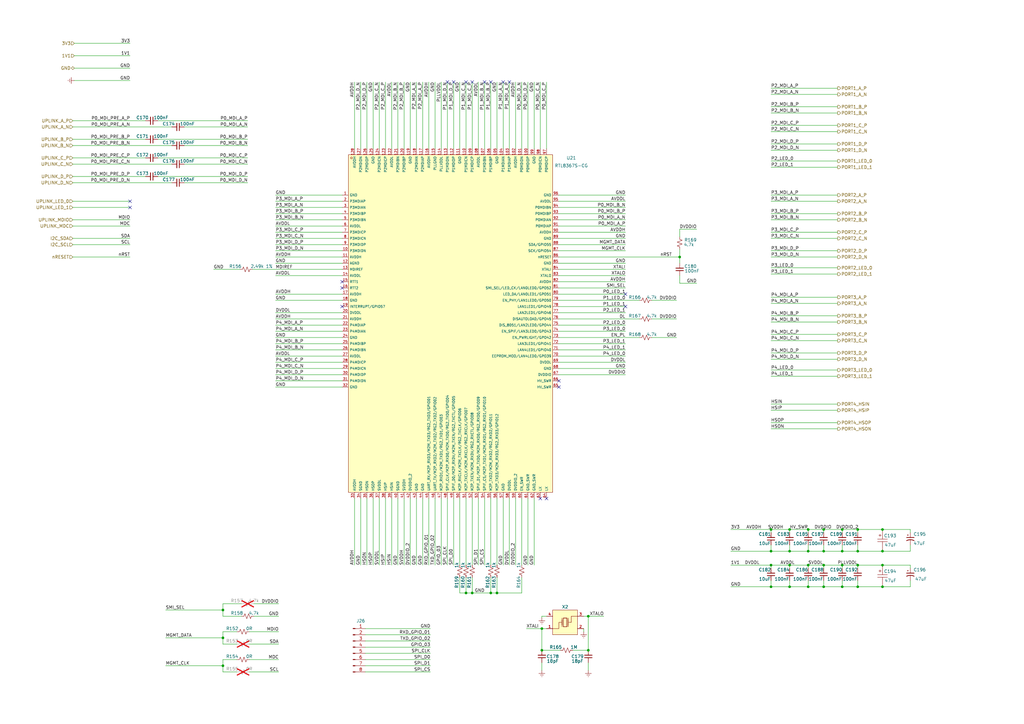
<source format=kicad_sch>
(kicad_sch (version 20230121) (generator eeschema)
  (paper "A3")
  (junction (at 191.135 243.205))
  (junction (at 351.79 240.665))
  (junction (at 337.82 231.775))
  (junction (at 222.25 266.7))
  (junction (at 351.79 217.17))
  (junction (at 323.85 226.06))
  (junction (at 222.25 257.81))
  (junction (at 241.3 266.7))
  (junction (at 337.82 217.17))
  (junction (at 331.47 217.17))
  (junction (at 278.765 105.41))
  (junction (at 331.47 231.775))
  (junction (at 331.47 240.665))
  (junction (at 351.79 231.775))
  (junction (at 201.295 243.205))
  (junction (at 331.47 226.06))
  (junction (at 203.835 243.205))
  (junction (at 316.23 226.06))
  (junction (at 323.85 217.17))
  (junction (at 193.675 243.205))
  (junction (at 316.23 217.17))
  (junction (at 91.44 273.05))
  (junction (at 345.44 226.06))
  (junction (at 91.44 261.62))
  (junction (at 316.23 240.665))
  (junction (at 361.95 226.06))
  (junction (at 361.95 217.17))
  (junction (at 345.44 231.775))
  (junction (at 241.3 252.73))
  (junction (at 345.44 240.665))
  (junction (at 361.95 231.775))
  (junction (at 361.95 240.665))
  (junction (at 316.23 231.775))
  (junction (at 337.82 240.665))
  (junction (at 351.79 226.06))
  (junction (at 337.82 226.06))
  (junction (at 345.44 217.17))
  (junction (at 323.85 240.665))
  (junction (at 91.44 250.19))
  (junction (at 323.85 231.775))
  (no_connect (at 221.615 204.47))
  (no_connect (at 186.055 33.655))
  (no_connect (at 201.295 33.655))
  (no_connect (at 191.135 33.655))
  (no_connect (at 193.675 33.655))
  (no_connect (at 53.34 82.55))
  (no_connect (at 256.54 120.65))
  (no_connect (at 229.235 158.75))
  (no_connect (at 140.335 118.11))
  (no_connect (at 183.515 33.655))
  (no_connect (at 229.235 156.21))
  (no_connect (at 140.335 115.57))
  (no_connect (at 208.915 33.655))
  (no_connect (at 140.335 125.73))
  (no_connect (at 256.54 125.73))
  (no_connect (at 53.34 85.09))
  (no_connect (at 224.155 204.47))
  (no_connect (at 206.375 33.655))
  (no_connect (at 198.755 33.655))
  (wire (pts (xy 140.335 90.17) (xy 113.03 90.17)))
  (wire (pts (xy 229.235 140.97) (xy 256.54 140.97)))
  (wire (pts (xy 331.47 231.775) (xy 337.82 231.775)))
  (wire (pts (xy 316.23 147.32) (xy 343.535 147.32)))
  (wire (pts (xy 316.23 217.17) (xy 316.23 218.44)))
  (wire (pts (xy 361.95 225.425) (xy 361.95 226.06)))
  (wire (pts (xy 193.675 204.47) (xy 193.675 231.775)))
  (wire (pts (xy 361.95 240.03) (xy 361.95 240.665)))
  (wire (pts (xy 239.395 252.73) (xy 241.3 252.73)))
  (wire (pts (xy 149.86 275.59) (xy 176.53 275.59)))
  (wire (pts (xy 91.44 250.19) (xy 91.44 252.73)))
  (wire (pts (xy 149.86 265.43) (xy 176.53 265.43)))
  (wire (pts (xy 87.63 110.49) (xy 98.425 110.49)))
  (wire (pts (xy 170.815 60.96) (xy 170.815 33.655)))
  (wire (pts (xy 316.23 165.735) (xy 343.535 165.735)))
  (wire (pts (xy 351.79 217.17) (xy 361.95 217.17)))
  (wire (pts (xy 345.44 238.125) (xy 345.44 240.665)))
  (wire (pts (xy 316.23 82.55) (xy 343.535 82.55)))
  (wire (pts (xy 191.135 60.96) (xy 191.135 33.655)))
  (wire (pts (xy 163.195 60.96) (xy 163.195 33.655)))
  (wire (pts (xy 278.765 105.41) (xy 278.765 107.95)))
  (wire (pts (xy 149.86 273.05) (xy 176.53 273.05)))
  (wire (pts (xy 186.055 204.47) (xy 186.055 231.775)))
  (wire (pts (xy 91.44 264.16) (xy 91.44 261.62)))
  (wire (pts (xy 140.335 128.27) (xy 113.03 128.27)))
  (wire (pts (xy 75.565 67.31) (xy 101.6 67.31)))
  (wire (pts (xy 316.23 80.01) (xy 343.535 80.01)))
  (wire (pts (xy 316.23 226.06) (xy 323.85 226.06)))
  (wire (pts (xy 323.85 223.52) (xy 323.85 226.06)))
  (wire (pts (xy 193.675 60.96) (xy 193.675 33.655)))
  (wire (pts (xy 323.85 233.045) (xy 323.85 231.775)))
  (wire (pts (xy 67.945 261.62) (xy 91.44 261.62)))
  (wire (pts (xy 216.535 60.96) (xy 216.535 33.655)))
  (wire (pts (xy 229.235 130.81) (xy 262.255 130.81)))
  (wire (pts (xy 267.335 138.43) (xy 277.495 138.43)))
  (wire (pts (xy 229.235 110.49) (xy 256.54 110.49)))
  (wire (pts (xy 316.23 240.665) (xy 323.85 240.665)))
  (wire (pts (xy 213.995 60.96) (xy 213.995 33.655)))
  (wire (pts (xy 229.235 120.65) (xy 256.54 120.65)))
  (wire (pts (xy 191.135 243.205) (xy 193.675 243.205)))
  (wire (pts (xy 102.235 259.08) (xy 114.3 259.08)))
  (wire (pts (xy 331.47 240.665) (xy 337.82 240.665)))
  (wire (pts (xy 29.845 67.31) (xy 70.485 67.31)))
  (wire (pts (xy 323.85 217.17) (xy 331.47 217.17)))
  (wire (pts (xy 140.335 113.03) (xy 113.03 113.03)))
  (wire (pts (xy 316.23 43.815) (xy 343.535 43.815)))
  (wire (pts (xy 267.335 123.19) (xy 277.495 123.19)))
  (wire (pts (xy 29.845 72.39) (xy 59.69 72.39)))
  (wire (pts (xy 222.25 257.81) (xy 215.9 257.81)))
  (wire (pts (xy 316.23 231.775) (xy 299.72 231.775)))
  (wire (pts (xy 140.335 95.25) (xy 113.03 95.25)))
  (wire (pts (xy 97.155 275.59) (xy 91.44 275.59)))
  (wire (pts (xy 140.335 133.35) (xy 113.03 133.35)))
  (wire (pts (xy 345.44 218.44) (xy 345.44 217.17)))
  (wire (pts (xy 229.235 87.63) (xy 256.54 87.63)))
  (wire (pts (xy 224.155 257.81) (xy 222.25 257.81)))
  (wire (pts (xy 278.765 102.235) (xy 278.765 105.41)))
  (wire (pts (xy 163.195 204.47) (xy 163.195 231.775)))
  (wire (pts (xy 316.23 38.735) (xy 343.535 38.735)))
  (wire (pts (xy 331.47 226.06) (xy 337.82 226.06)))
  (wire (pts (xy 316.23 137.16) (xy 343.535 137.16)))
  (wire (pts (xy 91.44 270.51) (xy 91.44 273.05)))
  (wire (pts (xy 345.44 226.06) (xy 351.79 226.06)))
  (wire (pts (xy 203.835 60.96) (xy 203.835 33.655)))
  (wire (pts (xy 153.035 204.47) (xy 153.035 231.775)))
  (wire (pts (xy 140.335 143.51) (xy 113.03 143.51)))
  (wire (pts (xy 206.375 60.96) (xy 206.375 33.655)))
  (wire (pts (xy 140.335 87.63) (xy 113.03 87.63)))
  (wire (pts (xy 140.335 148.59) (xy 113.03 148.59)))
  (wire (pts (xy 113.03 80.01) (xy 140.335 80.01)))
  (wire (pts (xy 145.415 204.47) (xy 145.415 231.775)))
  (wire (pts (xy 160.655 204.47) (xy 160.655 231.775)))
  (wire (pts (xy 201.295 204.47) (xy 201.295 231.775)))
  (wire (pts (xy 331.47 218.44) (xy 331.47 217.17)))
  (wire (pts (xy 99.06 247.65) (xy 91.44 247.65)))
  (wire (pts (xy 229.235 102.87) (xy 256.54 102.87)))
  (wire (pts (xy 188.595 236.855) (xy 188.595 243.205)))
  (wire (pts (xy 229.235 123.19) (xy 262.255 123.19)))
  (wire (pts (xy 229.235 95.25) (xy 256.54 95.25)))
  (wire (pts (xy 323.85 240.665) (xy 331.47 240.665)))
  (wire (pts (xy 53.34 22.86) (xy 30.48 22.86)))
  (wire (pts (xy 316.23 231.775) (xy 323.85 231.775)))
  (wire (pts (xy 97.155 264.16) (xy 91.44 264.16)))
  (wire (pts (xy 331.47 223.52) (xy 331.47 226.06)))
  (wire (pts (xy 361.95 217.805) (xy 361.95 217.17)))
  (wire (pts (xy 29.845 82.55) (xy 53.34 82.55)))
  (wire (pts (xy 361.95 226.06) (xy 351.79 226.06)))
  (wire (pts (xy 196.215 204.47) (xy 196.215 231.775)))
  (wire (pts (xy 337.82 240.665) (xy 345.44 240.665)))
  (wire (pts (xy 201.295 243.205) (xy 193.675 243.205)))
  (wire (pts (xy 75.565 74.93) (xy 101.6 74.93)))
  (wire (pts (xy 222.25 252.73) (xy 224.155 252.73)))
  (wire (pts (xy 149.86 260.35) (xy 176.53 260.35)))
  (wire (pts (xy 155.575 60.96) (xy 155.575 33.655)))
  (wire (pts (xy 104.14 252.73) (xy 114.3 252.73)))
  (wire (pts (xy 373.38 238.125) (xy 373.38 240.665)))
  (wire (pts (xy 316.23 129.54) (xy 343.535 129.54)))
  (wire (pts (xy 229.235 135.89) (xy 256.54 135.89)))
  (wire (pts (xy 178.435 204.47) (xy 178.435 231.775)))
  (wire (pts (xy 173.355 204.47) (xy 173.355 231.775)))
  (wire (pts (xy 316.23 90.17) (xy 343.535 90.17)))
  (wire (pts (xy 316.23 124.46) (xy 343.535 124.46)))
  (wire (pts (xy 104.14 247.65) (xy 114.3 247.65)))
  (wire (pts (xy 337.82 238.125) (xy 337.82 240.665)))
  (wire (pts (xy 213.995 236.855) (xy 213.995 243.205)))
  (wire (pts (xy 373.38 223.52) (xy 373.38 226.06)))
  (wire (pts (xy 316.23 109.855) (xy 343.535 109.855)))
  (wire (pts (xy 278.765 113.03) (xy 278.765 116.205)))
  (wire (pts (xy 29.845 90.17) (xy 53.34 90.17)))
  (wire (pts (xy 160.655 60.96) (xy 160.655 33.655)))
  (wire (pts (xy 201.295 60.96) (xy 201.295 33.655)))
  (wire (pts (xy 351.79 231.775) (xy 361.95 231.775)))
  (wire (pts (xy 373.38 240.665) (xy 361.95 240.665)))
  (wire (pts (xy 337.82 218.44) (xy 337.82 217.17)))
  (wire (pts (xy 64.77 72.39) (xy 101.6 72.39)))
  (wire (pts (xy 316.23 121.92) (xy 343.535 121.92)))
  (wire (pts (xy 175.895 60.96) (xy 175.895 33.655)))
  (wire (pts (xy 91.44 259.08) (xy 91.44 261.62)))
  (wire (pts (xy 316.23 168.275) (xy 343.535 168.275)))
  (wire (pts (xy 75.565 52.07) (xy 101.6 52.07)))
  (wire (pts (xy 183.515 204.47) (xy 183.515 231.775)))
  (wire (pts (xy 229.235 143.51) (xy 256.54 143.51)))
  (wire (pts (xy 219.075 60.96) (xy 219.075 33.655)))
  (wire (pts (xy 150.495 60.96) (xy 150.495 33.655)))
  (wire (pts (xy 140.335 158.75) (xy 113.03 158.75)))
  (wire (pts (xy 180.975 204.47) (xy 180.975 231.775)))
  (wire (pts (xy 193.675 236.855) (xy 193.675 243.205)))
  (wire (pts (xy 229.235 153.67) (xy 256.54 153.67)))
  (wire (pts (xy 149.86 257.81) (xy 176.53 257.81)))
  (wire (pts (xy 323.85 218.44) (xy 323.85 217.17)))
  (wire (pts (xy 229.235 92.71) (xy 256.54 92.71)))
  (wire (pts (xy 316.23 66.04) (xy 343.535 66.04)))
  (wire (pts (xy 183.515 60.96) (xy 183.515 33.655)))
  (wire (pts (xy 29.845 57.15) (xy 59.69 57.15)))
  (wire (pts (xy 165.735 204.47) (xy 165.735 231.775)))
  (wire (pts (xy 140.335 85.09) (xy 113.03 85.09)))
  (wire (pts (xy 208.915 204.47) (xy 208.915 231.775)))
  (wire (pts (xy 316.23 231.775) (xy 316.23 233.045)))
  (wire (pts (xy 198.755 60.96) (xy 198.755 33.655)))
  (wire (pts (xy 29.845 92.71) (xy 53.34 92.71)))
  (wire (pts (xy 351.79 223.52) (xy 351.79 226.06)))
  (wire (pts (xy 97.155 270.51) (xy 91.44 270.51)))
  (wire (pts (xy 102.235 275.59) (xy 114.3 275.59)))
  (wire (pts (xy 149.86 267.97) (xy 176.53 267.97)))
  (wire (pts (xy 316.23 154.305) (xy 343.535 154.305)))
  (wire (pts (xy 198.755 204.47) (xy 198.755 231.775)))
  (wire (pts (xy 29.845 74.93) (xy 70.485 74.93)))
  (wire (pts (xy 316.23 61.595) (xy 343.535 61.595)))
  (wire (pts (xy 91.44 275.59) (xy 91.44 273.05)))
  (wire (pts (xy 229.235 100.33) (xy 256.54 100.33)))
  (wire (pts (xy 191.135 204.47) (xy 191.135 231.775)))
  (wire (pts (xy 316.23 87.63) (xy 343.535 87.63)))
  (wire (pts (xy 316.23 68.58) (xy 343.535 68.58)))
  (wire (pts (xy 211.455 204.47) (xy 211.455 231.775)))
  (wire (pts (xy 29.845 52.07) (xy 70.485 52.07)))
  (wire (pts (xy 222.25 253.365) (xy 222.25 252.73)))
  (wire (pts (xy 361.95 240.665) (xy 351.79 240.665)))
  (wire (pts (xy 316.23 240.665) (xy 299.72 240.665)))
  (wire (pts (xy 241.3 252.73) (xy 241.3 266.7)))
  (wire (pts (xy 188.595 204.47) (xy 188.595 231.775)))
  (wire (pts (xy 64.77 64.77) (xy 101.6 64.77)))
  (wire (pts (xy 278.765 93.98) (xy 285.75 93.98)))
  (wire (pts (xy 221.615 60.96) (xy 221.615 33.655)))
  (wire (pts (xy 140.335 123.19) (xy 113.03 123.19)))
  (wire (pts (xy 229.235 115.57) (xy 256.54 115.57)))
  (wire (pts (xy 229.235 133.35) (xy 256.54 133.35)))
  (wire (pts (xy 323.85 238.125) (xy 323.85 240.665)))
  (wire (pts (xy 229.235 90.17) (xy 256.54 90.17)))
  (wire (pts (xy 345.44 233.045) (xy 345.44 231.775)))
  (wire (pts (xy 299.72 217.17) (xy 316.23 217.17)))
  (wire (pts (xy 168.275 60.96) (xy 168.275 33.655)))
  (wire (pts (xy 351.79 218.44) (xy 351.79 217.17)))
  (wire (pts (xy 224.155 60.96) (xy 224.155 33.655)))
  (wire (pts (xy 373.38 226.06) (xy 361.95 226.06)))
  (wire (pts (xy 229.235 148.59) (xy 256.54 148.59)))
  (wire (pts (xy 102.235 270.51) (xy 114.3 270.51)))
  (wire (pts (xy 373.38 218.44) (xy 373.38 217.17)))
  (wire (pts (xy 140.335 153.67) (xy 113.03 153.67)))
  (wire (pts (xy 140.335 100.33) (xy 113.03 100.33)))
  (wire (pts (xy 316.23 175.895) (xy 343.535 175.895)))
  (wire (pts (xy 29.845 59.69) (xy 70.485 59.69)))
  (wire (pts (xy 351.79 233.045) (xy 351.79 231.775)))
  (wire (pts (xy 316.23 144.78) (xy 343.535 144.78)))
  (wire (pts (xy 316.23 102.87) (xy 343.535 102.87)))
  (wire (pts (xy 229.235 80.01) (xy 256.54 80.01)))
  (wire (pts (xy 229.235 146.05) (xy 256.54 146.05)))
  (wire (pts (xy 351.79 238.125) (xy 351.79 240.665)))
  (wire (pts (xy 337.82 217.17) (xy 345.44 217.17)))
  (wire (pts (xy 229.235 85.09) (xy 256.54 85.09)))
  (wire (pts (xy 196.215 60.96) (xy 196.215 33.655)))
  (wire (pts (xy 219.075 204.47) (xy 219.075 231.775)))
  (wire (pts (xy 239.395 257.81) (xy 239.395 259.08)))
  (wire (pts (xy 316.23 217.17) (xy 323.85 217.17)))
  (wire (pts (xy 29.845 105.41) (xy 53.34 105.41)))
  (wire (pts (xy 229.235 82.55) (xy 256.54 82.55)))
  (wire (pts (xy 241.3 271.78) (xy 241.3 274.955)))
  (wire (pts (xy 155.575 204.47) (xy 155.575 231.775)))
  (wire (pts (xy 29.845 100.33) (xy 53.34 100.33)))
  (wire (pts (xy 229.235 138.43) (xy 262.255 138.43)))
  (wire (pts (xy 316.23 151.765) (xy 343.535 151.765)))
  (wire (pts (xy 337.82 233.045) (xy 337.82 231.775)))
  (wire (pts (xy 188.595 60.96) (xy 188.595 33.655)))
  (wire (pts (xy 29.845 97.79) (xy 53.34 97.79)))
  (wire (pts (xy 150.495 204.47) (xy 150.495 231.775)))
  (wire (pts (xy 149.86 262.89) (xy 176.53 262.89)))
  (wire (pts (xy 149.86 270.51) (xy 176.53 270.51)))
  (wire (pts (xy 229.87 266.7) (xy 222.25 266.7)))
  (wire (pts (xy 140.335 156.21) (xy 113.03 156.21)))
  (wire (pts (xy 140.335 120.65) (xy 113.03 120.65)))
  (wire (pts (xy 316.23 53.975) (xy 343.535 53.975)))
  (wire (pts (xy 316.23 51.435) (xy 343.535 51.435)))
  (wire (pts (xy 91.44 247.65) (xy 91.44 250.19)))
  (wire (pts (xy 67.945 250.19) (xy 91.44 250.19)))
  (wire (pts (xy 208.915 60.96) (xy 208.915 33.655)))
  (wire (pts (xy 140.335 130.81) (xy 113.03 130.81)))
  (wire (pts (xy 316.23 173.355) (xy 343.535 173.355)))
  (wire (pts (xy 140.335 102.87) (xy 113.03 102.87)))
  (wire (pts (xy 191.135 236.855) (xy 191.135 243.205)))
  (wire (pts (xy 316.23 97.79) (xy 343.535 97.79)))
  (wire (pts (xy 345.44 223.52) (xy 345.44 226.06)))
  (wire (pts (xy 222.25 271.78) (xy 222.25 274.955)))
  (wire (pts (xy 241.3 266.7) (xy 234.95 266.7)))
  (wire (pts (xy 29.845 64.77) (xy 59.69 64.77)))
  (wire (pts (xy 229.235 107.95) (xy 256.54 107.95)))
  (wire (pts (xy 175.895 204.47) (xy 175.895 231.775)))
  (wire (pts (xy 178.435 60.96) (xy 178.435 33.655)))
  (wire (pts (xy 337.82 223.52) (xy 337.82 226.06)))
  (wire (pts (xy 331.47 217.17) (xy 337.82 217.17)))
  (wire (pts (xy 229.235 128.27) (xy 256.54 128.27)))
  (wire (pts (xy 67.945 273.05) (xy 91.44 273.05)))
  (wire (pts (xy 337.82 226.06) (xy 345.44 226.06)))
  (wire (pts (xy 316.23 59.055) (xy 343.535 59.055)))
  (wire (pts (xy 97.155 259.08) (xy 91.44 259.08)))
  (wire (pts (xy 203.835 243.205) (xy 213.995 243.205)))
  (wire (pts (xy 316.23 223.52) (xy 316.23 226.06)))
  (wire (pts (xy 278.765 116.205) (xy 285.75 116.205)))
  (wire (pts (xy 323.85 226.06) (xy 331.47 226.06)))
  (wire (pts (xy 345.44 240.665) (xy 351.79 240.665)))
  (wire (pts (xy 278.765 97.155) (xy 278.765 93.98)))
  (wire (pts (xy 337.82 231.775) (xy 345.44 231.775)))
  (wire (pts (xy 345.44 231.775) (xy 351.79 231.775)))
  (wire (pts (xy 206.375 204.47) (xy 206.375 231.775)))
  (wire (pts (xy 222.25 257.81) (xy 222.25 266.7)))
  (wire (pts (xy 267.335 130.81) (xy 277.495 130.81)))
  (wire (pts (xy 203.835 243.205) (xy 201.295 243.205)))
  (wire (pts (xy 64.77 49.53) (xy 101.6 49.53)))
  (wire (pts (xy 331.47 233.045) (xy 331.47 231.775)))
  (wire (pts (xy 64.77 57.15) (xy 101.6 57.15)))
  (wire (pts (xy 345.44 217.17) (xy 351.79 217.17)))
  (wire (pts (xy 229.235 118.11) (xy 256.54 118.11)))
  (wire (pts (xy 299.72 226.06) (xy 316.23 226.06)))
  (wire (pts (xy 229.235 105.41) (xy 278.765 105.41)))
  (wire (pts (xy 180.975 60.96) (xy 180.975 33.655)))
  (wire (pts (xy 201.295 236.855) (xy 201.295 243.205)))
  (wire (pts (xy 158.115 60.96) (xy 158.115 33.655)))
  (wire (pts (xy 373.38 231.775) (xy 361.95 231.775)))
  (wire (pts (xy 316.23 139.7) (xy 343.535 139.7)))
  (wire (pts (xy 91.44 252.73) (xy 99.06 252.73)))
  (wire (pts (xy 53.34 17.78) (xy 30.48 17.78)))
  (wire (pts (xy 229.235 113.03) (xy 256.54 113.03)))
  (wire (pts (xy 29.845 85.09) (xy 53.34 85.09)))
  (wire (pts (xy 140.335 135.89) (xy 113.03 135.89)))
  (wire (pts (xy 229.235 151.13) (xy 256.54 151.13)))
  (wire (pts (xy 53.34 27.94) (xy 30.48 27.94)))
  (wire (pts (xy 145.415 60.96) (xy 145.415 33.655)))
  (wire (pts (xy 316.23 112.395) (xy 343.535 112.395)))
  (wire (pts (xy 102.235 264.16) (xy 114.3 264.16)))
  (wire (pts (xy 168.275 204.47) (xy 168.275 231.775)))
  (wire (pts (xy 158.115 204.47) (xy 158.115 231.775)))
  (wire (pts (xy 140.335 151.13) (xy 113.03 151.13)))
  (wire (pts (xy 213.995 204.47) (xy 213.995 231.775)))
  (wire (pts (xy 153.035 60.96) (xy 153.035 33.655)))
  (wire (pts (xy 229.235 125.73) (xy 256.54 125.73)))
  (wire (pts (xy 140.335 140.97) (xy 113.03 140.97)))
  (wire (pts (xy 186.055 60.96) (xy 186.055 33.655)))
  (wire (pts (xy 140.335 107.95) (xy 113.03 107.95)))
  (wire (pts (xy 140.335 92.71) (xy 113.03 92.71)))
  (wire (pts (xy 373.38 217.17) (xy 361.95 217.17)))
  (wire (pts (xy 316.23 95.25) (xy 343.535 95.25)))
  (wire (pts (xy 140.335 105.41) (xy 113.03 105.41)))
  (wire (pts (xy 316.23 132.08) (xy 343.535 132.08)))
  (wire (pts (xy 229.235 97.79) (xy 256.54 97.79)))
  (wire (pts (xy 140.335 97.79) (xy 113.03 97.79)))
  (wire (pts (xy 331.47 238.125) (xy 331.47 240.665)))
  (wire (pts (xy 316.23 238.125) (xy 316.23 240.665)))
  (wire (pts (xy 188.595 243.205) (xy 191.135 243.205)))
  (wire (pts (xy 316.23 46.355) (xy 343.535 46.355)))
  (wire (pts (xy 316.23 36.195) (xy 343.535 36.195)))
  (wire (pts (xy 316.23 105.41) (xy 343.535 105.41)))
  (wire (pts (xy 29.845 49.53) (xy 59.69 49.53)))
  (wire (pts (xy 103.505 110.49) (xy 140.335 110.49)))
  (wire (pts (xy 323.85 231.775) (xy 331.47 231.775)))
  (wire (pts (xy 140.335 82.55) (xy 113.03 82.55)))
  (wire (pts (xy 203.835 236.855) (xy 203.835 243.205)))
  (wire (pts (xy 216.535 204.47) (xy 216.535 231.775)))
  (wire (pts (xy 173.355 60.96) (xy 173.355 33.655)))
  (wire (pts (xy 147.955 60.96) (xy 147.955 33.655)))
  (wire (pts (xy 170.815 204.47) (xy 170.815 231.775)))
  (wire (pts (xy 361.95 232.41) (xy 361.95 231.775)))
  (wire (pts (xy 53.34 33.02) (xy 30.48 33.02)))
  (wire (pts (xy 373.38 233.045) (xy 373.38 231.775)))
  (wire (pts (xy 140.335 146.05) (xy 113.03 146.05)))
  (wire (pts (xy 140.335 138.43) (xy 113.03 138.43)))
  (wire (pts (xy 203.835 204.47) (xy 203.835 231.775)))
  (wire (pts (xy 75.565 59.69) (xy 101.6 59.69)))
  (wire (pts (xy 211.455 60.96) (xy 211.455 33.655)))
  (wire (pts (xy 241.3 252.73) (xy 247.65 252.73)))
  (wire (pts (xy 147.955 204.47) (xy 147.955 231.775)))
  (wire (pts (xy 165.735 60.96) (xy 165.735 33.655)))
  (label "GND" (at 53.34 33.02 180))
  (label "P0_MDI_D_N" (at 213.995 33.655 270))
  (label "DVDDIO_2" (at 211.455 231.775 90))
  (label "GND" (at 285.75 116.205 180))
  (label "P4_MDI_C_N" (at 113.03 151.13 0))
  (label "SVDDL" (at 155.575 231.775 90))
  (label "1V1" (at 53.34 22.86 180))
  (label "P4_MDI_B_N" (at 316.23 132.08 0))
  (label "RXD_GPIO_01" (at 175.895 231.775 90))
  (label "GND" (at 176.53 257.81 180))
  (label "RXD_GPIO_01" (at 176.53 260.35 180))
  (label "GND" (at 203.835 33.655 270))
  (label "P0_MDI_A_P" (at 101.6 49.53 180))
  (label "XTALI" (at 215.9 257.81 0))
  (label "P4_MDI_B_N" (at 113.03 143.51 0))
  (label "AVDDH" (at 145.415 33.655 270))
  (label "1V1" (at 299.72 231.775 0))
  (label "P1_MDI_C_N" (at 191.135 33.655 270))
  (label "HSOP" (at 153.035 231.775 90))
  (label "P0_MDI_A_N" (at 101.6 52.07 180))
  (label "SDA" (at 114.3 264.16 180))
  (label "HSON" (at 316.23 175.895 0))
  (label "SPI_D0" (at 176.53 270.51 180))
  (label "DVDDL" (at 208.915 231.775 90))
  (label "P1_MDI_C_P" (at 193.675 33.655 270))
  (label "HSON" (at 150.495 231.775 90))
  (label "P4_MDI_D_N" (at 113.03 156.21 0))
  (label "PLLVDDL" (at 180.975 33.655 270))
  (label "P3_LED_0" (at 256.54 135.89 180))
  (label "HSIP" (at 158.115 231.775 90))
  (label "GND" (at 147.955 231.775 90))
  (label "MDC" (at 53.34 92.71 180))
  (label "AVDDH" (at 113.03 130.81 0))
  (label "P0_MDI_C_P" (at 224.155 33.655 270))
  (label "P3_MDI_D_P" (at 316.23 102.87 0))
  (label "DVDDIO" (at 277.495 123.19 180))
  (label "P4_MDI_D_P" (at 316.23 144.78 0))
  (label "P0_MDI_D_P" (at 101.6 72.39 180))
  (label "GND" (at 113.03 158.75 0))
  (label "GND" (at 113.03 123.19 0))
  (label "MGMT_DATA" (at 67.945 261.62 0))
  (label "MGMT_CLK" (at 67.945 273.05 0))
  (label "DVDDIO_2" (at 168.275 231.775 90))
  (label "MDIREF" (at 113.03 110.49 0))
  (label "P1_MDI_D_N" (at 183.515 33.655 270))
  (label "SPI_CS" (at 198.755 231.775 90))
  (label "P0_MDI_C_P" (at 101.6 64.77 180))
  (label "P4_MDI_A_N" (at 113.03 135.89 0))
  (label "GND" (at 256.54 80.01 180))
  (label "GND" (at 219.075 231.775 90))
  (label "SPI_D1" (at 196.215 231.775 90))
  (label "P4_LED_1" (at 316.23 154.305 0))
  (label "SVDDH" (at 314.96 217.17 0))
  (label "P2_MDI_D_N" (at 316.23 61.595 0))
  (label "P1_LED_0" (at 256.54 123.19 180))
  (label "AVDDH" (at 113.03 105.41 0))
  (label "P0_MDI_B_N" (at 256.54 85.09 180))
  (label "AVDDL" (at 196.215 33.655 270))
  (label "P3_MDI_B_P" (at 316.23 87.63 0))
  (label "P3_MDI_A_N" (at 113.03 85.09 0))
  (label "nRST" (at 275.59 105.41 180))
  (label "P2_MDI_B_P" (at 165.735 33.655 270))
  (label "MDIO" (at 53.34 90.17 180))
  (label "TXD_GPIO_02" (at 176.53 262.89 180))
  (label "EN_PL" (at 256.54 138.43 180))
  (label "P0_MDI_PRE_C_N" (at 53.34 67.31 180))
  (label "P0_MDI_B_P" (at 256.54 87.63 180))
  (label "P3_MDI_D_N" (at 113.03 102.87 0))
  (label "P4_MDI_D_N" (at 316.23 147.32 0))
  (label "HSIN" (at 160.655 231.775 90))
  (label "HSIN" (at 316.23 165.735 0))
  (label "P2_MDI_C_P" (at 316.23 51.435 0))
  (label "GND" (at 113.03 138.43 0))
  (label "GND" (at 170.815 231.775 90))
  (label "P0_MDI_PRE_D_P" (at 53.34 72.39 180))
  (label "P3_LED_1" (at 316.23 112.395 0))
  (label "HV_SWR" (at 323.85 217.17 0))
  (label "P2_LED_0" (at 316.23 66.04 0))
  (label "AVDDL" (at 320.04 231.775 0))
  (label "SCL" (at 53.34 100.33 180))
  (label "P1_MDI_B_P" (at 201.295 33.655 270))
  (label "P2_MDI_D_P" (at 316.23 59.055 0))
  (label "P3_MDI_C_P" (at 113.03 95.25 0))
  (label "AVDDH" (at 175.895 33.655 270))
  (label "AVDDL" (at 113.03 92.71 0))
  (label "P4_MDI_C_N" (at 316.23 139.7 0))
  (label "PLLVDDL" (at 343.535 231.775 0))
  (label "DVDDIO" (at 277.495 130.81 180))
  (label "P2_MDI_D_P" (at 150.495 33.655 270))
  (label "AVDDH" (at 211.455 33.655 270))
  (label "P2_LED_1" (at 316.23 68.58 0))
  (label "SPI_D0" (at 186.055 231.775 90))
  (label "GND" (at 299.72 240.665 0))
  (label "AVDDH" (at 256.54 95.25 180))
  (label "P3_MDI_B_P" (at 113.03 87.63 0))
  (label "P3_MDI_D_N" (at 316.23 105.41 0))
  (label "DVDDIO_2" (at 342.9 217.17 0))
  (label "P3_MDI_B_N" (at 113.03 90.17 0))
  (label "XTALO" (at 247.65 252.73 180))
  (label "AVDDL" (at 113.03 113.03 0))
  (label "MDIO" (at 114.3 259.08 180))
  (label "P3_MDI_B_N" (at 316.23 90.17 0))
  (label "DVDDL" (at 113.03 128.27 0))
  (label "GND" (at 87.63 110.49 0))
  (label "GPIO_03" (at 180.975 231.775 90))
  (label "P0_MDI_D_P" (at 216.535 33.655 270))
  (label "MGMT_CLK" (at 256.54 102.87 180))
  (label "P3_MDI_A_N" (at 316.23 82.55 0))
  (label "P2_MDI_B_N" (at 316.23 46.355 0))
  (label "XTALO" (at 256.54 113.03 180))
  (label "P1_MDI_A_P" (at 208.915 33.655 270))
  (label "P3_MDI_A_P" (at 316.23 80.01 0))
  (label "SMI_SEL" (at 256.54 118.11 180))
  (label "P2_MDI_A_P" (at 173.355 33.655 270))
  (label "DVDDIO" (at 114.3 247.65 180))
  (label "P4_MDI_C_P" (at 113.03 148.59 0))
  (label "GND" (at 256.54 151.13 180))
  (label "P2_LED_1" (at 256.54 128.27 180))
  (label "3V3" (at 299.72 217.17 0))
  (label "P2_LED_0" (at 256.54 133.35 180))
  (label "GND" (at 256.54 107.95 180))
  (label "nRST" (at 53.34 105.41 180))
  (label "DVDDIO" (at 334.01 217.17 0))
  (label "GND" (at 53.34 27.94 180))
  (label "GND" (at 299.72 226.06 0))
  (label "SPI_CLK" (at 183.515 231.775 90))
  (label "P0_MDI_PRE_D_N" (at 53.34 74.93 180))
  (label "SPI_CS" (at 176.53 275.59 180))
  (label "P3_LED_0" (at 316.23 109.855 0))
  (label "XTALI" (at 256.54 110.49 180))
  (label "P3_MDI_C_P" (at 316.23 95.25 0))
  (label "HSOP" (at 316.23 173.355 0))
  (label "SVDDL" (at 331.47 231.775 0))
  (label "SCL" (at 114.3 275.59 180))
  (label "P3_MDI_D_P" (at 113.03 100.33 0))
  (label "P1_MDI_D_P" (at 186.055 33.655 270))
  (label "GND" (at 188.595 33.655 270))
  (label "SPI_D1" (at 176.53 273.05 180))
  (label "DVDDL" (at 256.54 148.59 180))
  (label "P4_LED_0" (at 316.23 151.765 0))
  (label "MDC" (at 114.3 270.51 180))
  (label "P2_MDI_A_P" (at 316.23 36.195 0))
  (label "MGMT_DATA" (at 256.54 100.33 180))
  (label "P3_MDI_C_N" (at 316.23 97.79 0))
  (label "P3_MDI_A_P" (at 113.03 82.55 0))
  (label "GND" (at 178.435 33.655 270))
  (label "GND" (at 168.275 33.655 270))
  (label "P2_MDI_C_N" (at 316.23 53.975 0))
  (label "P2_MDI_D_N" (at 147.955 33.655 270))
  (label "AVDDH" (at 113.03 120.65 0))
  (label "SMI_SEL" (at 67.945 250.19 0))
  (label "AVDDH" (at 306.07 217.17 0))
  (label "AVDDH" (at 145.415 231.775 90))
  (label "GND" (at 113.03 80.01 0))
  (label "GND" (at 219.075 33.655 270))
  (label "P1_LED_1" (at 256.54 125.73 180))
  (label "P4_LED_0" (at 256.54 146.05 180))
  (label "P4_MDI_A_P" (at 316.23 121.92 0))
  (label "P0_MDI_PRE_A_N" (at 53.34 52.07 180))
  (label "P2_MDI_B_N" (at 163.195 33.655 270))
  (label "AVDDH" (at 256.54 115.57 180))
  (label "DL" (at 256.54 130.81 180))
  (label "P2_MDI_B_P" (at 316.23 43.815 0))
  (label "GND" (at 216.535 231.775 90))
  (label "P4_MDI_B_P" (at 316.23 129.54 0))
  (label "P2_MDI_C_N" (at 155.575 33.655 270))
  (label "P0_MDI_PRE_A_P" (at 53.34 49.53 180))
  (label "P4_MDI_D_P" (at 113.03 153.67 0))
  (label "TXD_GPIO_02" (at 178.435 231.775 90))
  (label "P4_MDI_A_P" (at 113.03 133.35 0))
  (label "GND" (at 113.03 107.95 0))
  (label "GND" (at 206.375 231.775 90))
  (label "GND" (at 114.3 252.73 180))
  (label "GND" (at 173.355 231.775 90))
  (label "P2_MDI_A_N" (at 170.815 33.655 270))
  (label "P0_MDI_A_P" (at 256.54 92.71 180))
  (label "GND" (at 277.495 138.43 180))
  (label "AVDDL" (at 256.54 82.55 180))
  (label "DVDDL" (at 305.435 231.775 0))
  (label "P4_MDI_B_P" (at 113.03 140.97 0))
  (label "P0_MDI_D_N" (at 101.6 74.93 180))
  (label "GPIO_03" (at 176.53 265.43 180))
  (label "GND" (at 198.755 243.205 180))
  (label "AVDDL" (at 160.655 33.655 270))
  (label "P0_MDI_B_N" (at 101.6 59.69 180))
  (label "P4_LED_1" (at 256.54 143.51 180))
  (label "P4_MDI_A_N" (at 316.23 124.46 0))
  (label "P2_MDI_C_P" (at 158.115 33.655 270))
  (label "P1_MDI_B_N" (at 198.755 33.655 270))
  (label "3V3" (at 53.34 17.78 180))
  (label "GND" (at 256.54 97.79 180))
  (label "SVDDH" (at 165.735 231.775 90))
  (label "P4_MDI_C_P" (at 316.23 137.16 0))
  (label "P0_MDI_B_P" (at 101.6 57.15 180))
  (label "SPI_CLK" (at 176.53 267.97 180))
  (label "GND" (at 163.195 231.775 90))
  (label "P0_MDI_C_N" (at 221.615 33.655 270))
  (label "P1_MDI_A_N" (at 206.375 33.655 270))
  (label "P0_MDI_PRE_C_P" (at 53.34 64.77 180))
  (label "P0_MDI_A_N" (at 256.54 90.17 180))
  (label "DVDDIO" (at 256.54 153.67 180))
  (label "DVDDIO" (at 285.75 93.98 180))
  (label "P2_MDI_A_N" (at 316.23 38.735 0))
  (label "GND" (at 153.035 33.655 270))
  (label "SDA" (at 53.34 97.79 180))
  (label "P0_MDI_PRE_B_N" (at 53.34 59.69 180))
  (label "P0_MDI_PRE_B_P" (at 53.34 57.15 180))
  (label "AVDDL" (at 113.03 146.05 0))
  (label "P3_MDI_C_N" (at 113.03 97.79 0))
  (label "P0_MDI_C_N" (at 101.6 67.31 180))
  (label "P0_LED_1" (at 256.54 120.65 180))
  (label "HSIP" (at 316.23 168.275 0))
  (label "P3_LED_1" (at 256.54 140.97 180))
  (hierarchical_label "PORT1_C_P" (shape output) (at 343.535 51.435 0))
  (hierarchical_label "UPLINK_A_P" (shape input) (at 29.845 49.53 180))
  (hierarchical_label "I2C_SCL" (shape input) (at 29.845 100.33 180))
  (hierarchical_label "PORT3_B_P" (shape output) (at 343.535 129.54 0))
  (hierarchical_label "PORT3_A_N" (shape output) (at 343.535 124.46 0))
  (hierarchical_label "PORT2_LED_0" (shape output) (at 343.535 109.855 0))
  (hierarchical_label "PORT3_C_N" (shape output) (at 343.535 139.7 0))
  (hierarchical_label "PORT2_D_N" (shape output) (at 343.535 105.41 0))
  (hierarchical_label "PORT3_C_P" (shape output) (at 343.535 137.16 0))
  (hierarchical_label "UPLINK_LED_1" (shape input) (at 29.845 85.09 180))
  (hierarchical_label "PORT2_A_N" (shape output) (at 343.535 82.55 0))
  (hierarchical_label "UPLINK_MDC" (shape input) (at 29.845 92.71 180))
  (hierarchical_label "PORT3_LED_1" (shape output) (at 343.535 154.305 0))
  (hierarchical_label "PORT2_B_N" (shape output) (at 343.535 90.17 0))
  (hierarchical_label "PORT3_LED_0" (shape output) (at 343.535 151.765 0))
  (hierarchical_label "PORT4_HSOP" (shape output) (at 343.535 173.355 0))
  (hierarchical_label "PORT4_HSON" (shape output) (at 343.535 175.895 0))
  (hierarchical_label "UPLINK_B_P" (shape input) (at 29.845 57.15 180))
  (hierarchical_label "PORT4_HSIN" (shape output) (at 343.535 165.735 0))
  (hierarchical_label "1V1" (shape input) (at 30.48 22.86 180))
  (hierarchical_label "PORT1_A_N" (shape output) (at 343.535 38.735 0))
  (hierarchical_label "nRESET" (shape input) (at 29.845 105.41 180))
  (hierarchical_label "PORT2_C_N" (shape output) (at 343.535 97.79 0))
  (hierarchical_label "PORT3_D_P" (shape output) (at 343.535 144.78 0))
  (hierarchical_label "PORT1_D_P" (shape output) (at 343.535 59.055 0))
  (hierarchical_label "PORT3_B_N" (shape output) (at 343.535 132.08 0))
  (hierarchical_label "PORT1_A_P" (shape output) (at 343.535 36.195 0))
  (hierarchical_label "PORT2_A_P" (shape output) (at 343.535 80.01 0))
  (hierarchical_label "UPLINK_MDIO" (shape input) (at 29.845 90.17 180))
  (hierarchical_label "PORT1_LED_0" (shape output) (at 343.535 66.04 0))
  (hierarchical_label "PORT1_B_N" (shape output) (at 343.535 46.355 0))
  (hierarchical_label "PORT2_B_P" (shape output) (at 343.535 87.63 0))
  (hierarchical_label "UPLINK_D_P" (shape input) (at 29.845 72.39 180))
  (hierarchical_label "3V3" (shape input) (at 30.48 17.78 180))
  (hierarchical_label "PORT2_LED_1" (shape output) (at 343.535 112.395 0))
  (hierarchical_label "PORT2_C_P" (shape output) (at 343.535 95.25 0))
  (hierarchical_label "UPLINK_LED_0" (shape input) (at 29.845 82.55 180))
  (hierarchical_label "UPLINK_C_N" (shape input) (at 29.845 67.31 180))
  (hierarchical_label "GND" (shape bidirectional) (at 30.48 27.94 180))
  (hierarchical_label "UPLINK_D_N" (shape input) (at 29.845 74.93 180))
  (hierarchical_label "PORT2_D_P" (shape output) (at 343.535 102.87 0))
  (hierarchical_label "UPLINK_B_N" (shape input) (at 29.845 59.69 180))
  (hierarchical_label "PORT4_HSIP" (shape output) (at 343.535 168.275 0))
  (hierarchical_label "PORT3_D_N" (shape output) (at 343.535 147.32 0))
  (hierarchical_label "PORT1_LED_1" (shape output) (at 343.535 68.58 0))
  (hierarchical_label "I2C_SDA" (shape input) (at 29.845 97.79 180))
  (hierarchical_label "PORT1_D_N" (shape output) (at 343.535 61.595 0))
  (hierarchical_label "UPLINK_C_P" (shape input) (at 29.845 64.77 180))
  (hierarchical_label "PORT3_A_P" (shape output) (at 343.535 121.92 0))
  (hierarchical_label "PORT1_C_N" (shape output) (at 343.535 53.975 0))
  (hierarchical_label "PORT1_B_P" (shape output) (at 343.535 43.815 0))
  (hierarchical_label "UPLINK_A_N" (shape input) (at 29.845 52.07 180))
  (symbol (lib_id "CholaSymbolsPrjLib:R_Small_US") (at 191.135 234.315 180) (unit 1)
    (property "Reference" "R160" (at 189.865 238.76 90))
    (property "Value" "1k" (at 189.865 231.775 90))
    (property "Footprint" "Resistor_SMD:R_0402_1005Metric" (effects hide))
  )
  (symbol (lib_id "CholaSymbolsPrjLib:R_Small_US") (at 213.995 234.315 180) (unit 1)
    (property "Reference" "R164" (at 212.725 238.76 90))
    (property "Value" "1k" (at 212.725 231.775 90))
    (property "Footprint" "Resistor_SMD:R_0402_1005Metric" (effects hide))
  )
  (symbol (lib_id "CholaSymbolsPrjLib:C_Small") (at 331.47 235.585 180) (unit 1)
    (property "Reference" "C186" (at 328.9299 233.6799 0))
    (property "Value" "100nF" (at 328.295 237.49 0))
    (property "Footprint" "Capacitor_SMD:C_0402_1005Metric" (effects hide))
  )
  (symbol (lib_id "CholaSymbolsPrjLib:C_Small") (at 345.44 235.585 180) (unit 1)
    (property "Reference" "C190" (at 342.8999 233.6799 0))
    (property "Value" "100nF" (at 342.265 237.49 0))
    (property "Footprint" "Capacitor_SMD:C_0402_1005Metric" (effects hide))
  )
  (symbol (lib_id "CholaSymbolsPrjLib:C_Small") (at 73.025 67.31 270) (unit 1)
    (property "Reference" "C176" (at 69.215 66.04 90))
    (property "Value" "100nF" (at 76.835 66.04 90))
    (property "Footprint" "Capacitor_SMD:C_0402_1005Metric" (effects hide))
  )
  (symbol (lib_id "CholaSymbolsPrjLib:C_Small") (at 316.23 235.585 180) (unit 1)
    (property "Reference" "C182" (at 313.6899 233.6799 0))
    (property "Value" "10uF" (at 313.6899 237.4899 0))
    (property "Footprint" "Capacitor_SMD:C_0402_1005Metric" (effects hide))
  )
  (symbol (lib_id "CholaSymbolsPrjLib:C_Small") (at 222.25 269.24 180) (unit 1)
    (property "Reference" "C178" (at 226.695 269.24 0))
    (property "Value" "18pF" (at 226.695 271.145 0))
    (property "Footprint" "Capacitor_SMD:C_0402_1005Metric" (effects hide))
  )
  (symbol (lib_id "CholaSymbolsPrjLib:C_Small") (at 337.82 220.98 180) (unit 1)
    (property "Reference" "C187" (at 335.2799 219.0749 0))
    (property "Value" "100nF" (at 334.645 222.885 0))
    (property "Footprint" "Capacitor_SMD:C_0402_1005Metric" (effects hide))
  )
  (symbol (lib_id "CholaSymbolsPrjLib:R_Small_US") (at 99.695 275.59 90) (unit 1) (in_bom no) (dnp yes)
    (property "Reference" "R155" (at 95.25 274.32 90))
    (property "Value" "0R" (at 102.235 274.32 90))
    (property "Footprint" "Resistor_SMD:R_0402_1005Metric" (effects hide))
  )
  (symbol (lib_id "CholaSymbolsPrjLib:C_Small") (at 73.025 74.93 270) (unit 1)
    (property "Reference" "C177" (at 69.215 73.66 90))
    (property "Value" "100nF" (at 76.835 73.66 90))
    (property "Footprint" "Capacitor_SMD:C_0402_1005Metric" (effects hide))
  )
  (symbol (lib_id "CholaSymbolsPrjLib:R_Small_US") (at 99.695 270.51 90) (unit 1)
    (property "Reference" "R154" (at 95.25 269.24 90))
    (property "Value" "0R" (at 102.235 269.24 90))
    (property "Footprint" "Resistor_SMD:R_0402_1005Metric" (effects hide))
  )
  (symbol (lib_id "CholaSymbolsPrjLib:C_Small") (at 62.23 49.53 270) (unit 1)
    (property "Reference" "C170" (at 58.42 48.26 90))
    (property "Value" "100nF" (at 66.04 48.26 90))
    (property "Footprint" "Capacitor_SMD:C_0402_1005Metric" (effects hide))
  )
  (symbol (lib_id "CholaSymbolsPrjLib:C_Small") (at 323.85 235.585 180) (unit 1)
    (property "Reference" "C184" (at 321.3099 233.6799 0))
    (property "Value" "100nF" (at 320.675 237.49 0))
    (property "Footprint" "Capacitor_SMD:C_0402_1005Metric" (effects hide))
  )
  (symbol (lib_id "power:GNDREF") (at 30.48 33.02 270) (mirror x) (unit 1)
    (property "Reference" "#PWR084" (effects hide))
    (property "Value" "GNDREF" (effects hide))
  )
  (symbol (lib_id "CholaSymbolsPrjLib:R_Small_US") (at 278.765 99.695 180) (unit 1)
    (property "Reference" "R169" (at 283.21 98.425 0))
    (property "Value" "4.7k" (at 282.575 100.33 0))
    (property "Footprint" "Resistor_SMD:R_0402_1005Metric" (effects hide))
  )
  (symbol (lib_id "CholaSymbolsPrjLib:RTL8367S-CG") (at 184.785 133.35 0) (unit 1)
    (property "Reference" "U21" (at 234.315 64.77 0))
    (property "Value" "RTL8367S-CG" (at 234.315 67.945 0))
    (property "Footprint" "CholaFootprintsPrjLib:RTL8367S-CG" (effects hide))
    (property "Datasheet" "https://item.szlcsc.com/194336.html" (effects hide))
    (property "LCSC" "C2760849" (effects hide))
  )
  (symbol (lib_id "CholaSymbolsPrjLib:R_Small_US") (at 264.795 138.43 90) (unit 1)
    (property "Reference" "R168" (at 260.35 137.16 90))
    (property "Value" "4.7k" (at 267.335 137.16 90))
    (property "Footprint" "Resistor_SMD:R_0402_1005Metric" (effects hide))
  )
  (symbol (lib_id "CholaSymbolsPrjLib:C_Small") (at 351.79 235.585 180) (unit 1)
    (property "Reference" "C192" (at 349.2499 233.6799 0))
    (property "Value" "100nF" (at 348.615 237.49 0))
    (property "Footprint" "Capacitor_SMD:C_0402_1005Metric" (effects hide))
  )
  (symbol (lib_id "CholaSymbolsPrjLib:X322525MOB4SI") (at 231.775 255.27 0) (unit 1)
    (property "Reference" "X2" (at 231.775 248.92 0))
    (property "Value" "X322525MOB4SI" (effects hide))
    (property "Footprint" "CholaFootprintsPrjLib:XTAL_25MHZ" (effects hide))
    (property "Datasheet" "https://datasheet.lcsc.com/lcsc/2304140030_Yangxing-Tech-X322525MOB4SI_C9006.pdf" (effects hide))
    (property "LCSC" "C9006" (effects hide))
    (property "Frequency" "25MHz" (effects hide))
  )
  (symbol (lib_id "CholaSymbolsPrjLib:R_Small_US") (at 193.675 234.315 180) (unit 1)
    (property "Reference" "R161" (at 192.405 238.76 90))
    (property "Value" "1k" (at 192.405 231.775 90))
    (property "Footprint" "Resistor_SMD:R_0402_1005Metric" (effects hide))
  )
  (symbol (lib_id "CholaSymbolsPrjLib:C_Small") (at 316.23 220.98 180) (unit 1)
    (property "Reference" "C181" (at 313.6899 219.0749 0))
    (property "Value" "10uF" (at 313.6899 222.8849 0))
    (property "Footprint" "Capacitor_SMD:C_0402_1005Metric" (effects hide))
  )
  (symbol (lib_id "CholaSymbolsPrjLib:R_Small_US") (at 188.595 234.315 180) (unit 1)
    (property "Reference" "R159" (at 187.325 238.76 90))
    (property "Value" "1k" (at 187.325 231.775 90))
    (property "Footprint" "Resistor_SMD:R_0402_1005Metric" (effects hide))
  )
  (symbol (lib_id "power:GNDREF") (at 222.25 253.365 0) (unit 1)
    (property "Reference" "#PWR085" (effects hide))
    (property "Value" "GNDREF" (effects hide))
  )
  (symbol (lib_id "CholaSymbolsPrjLib:R_Small_US") (at 232.41 266.7 90) (unit 1)
    (property "Reference" "R165" (at 230.505 265.43 90) (effects (justify left)))
    (property "Value" "1M" (at 236.855 265.43 90) (effects (justify left)))
    (property "Footprint" "Resistor_SMD:R_0402_1005Metric" (effects hide))
  )
  (symbol (lib_id "CholaSymbolsPrjLib:R_Small_US") (at 100.965 110.49 90) (unit 1)
    (property "Reference" "R156" (at 96.52 109.22 90))
    (property "Value" "2.49k 1%" (at 107.315 109.22 90))
    (property "Footprint" "Resistor_SMD:R_0402_1005Metric" (effects hide))
  )
  (symbol (lib_id "CholaSymbolsPrjLib:CA45-A-6_3V-47UF-K") (at 361.95 236.22 270) (mirror x) (unit 1)
    (property "Reference" "C194" (at 367.665 234.315 90) (effects (justify right)))
    (property "Value" "47uF" (at 367.665 238.125 90) (effects (justify right)))
    (property "Footprint" "CAP_TANTAL_A:CAP_TANTAL_A" (effects hide))
    (property "Datasheet" "https://item.szlcsc.com/2057730.html" (effects hide))
    (property "LCSC" "C129570" (effects hide))
    (property "Capacitance" "47uF" (effects hide))
  )
  (symbol (lib_id "CholaSymbolsPrjLib:R_Small_US") (at 99.695 264.16 90) (unit 1) (in_bom no) (dnp yes)
    (property "Reference" "R153" (at 95.25 262.89 90))
    (property "Value" "0R" (at 102.235 262.89 90))
    (property "Footprint" "Resistor_SMD:R_0402_1005Metric" (effects hide))
  )
  (symbol (lib_id "CholaSymbolsPrjLib:R_Small_US") (at 203.835 234.315 180) (unit 1)
    (property "Reference" "R163" (at 202.565 238.76 90))
    (property "Value" "1k" (at 202.565 231.775 90))
    (property "Footprint" "Resistor_SMD:R_0402_1005Metric" (effects hide))
  )
  (symbol (lib_id "CholaSymbolsPrjLib:C_Small") (at 73.025 52.07 270) (unit 1)
    (property "Reference" "C174" (at 69.215 50.8 90))
    (property "Value" "100nF" (at 76.835 50.8 90))
    (property "Footprint" "Capacitor_SMD:C_0402_1005Metric" (effects hide))
  )
  (symbol (lib_id "CholaSymbolsPrjLib:R_Small_US") (at 101.6 252.73 90) (unit 1)
    (property "Reference" "R158" (at 97.155 251.46 90))
    (property "Value" "4.7k" (at 104.14 251.46 90))
    (property "Footprint" "Resistor_SMD:R_0402_1005Metric" (effects hide))
  )
  (symbol (lib_id "CholaSymbolsPrjLib:R_Small_US") (at 201.295 234.315 180) (unit 1)
    (property "Reference" "R162" (at 200.025 238.76 90))
    (property "Value" "1k" (at 200.025 231.775 90))
    (property "Footprint" "Resistor_SMD:R_0402_1005Metric" (effects hide))
  )
  (symbol (lib_id "CholaSymbolsPrjLib:R_Small_US") (at 99.695 259.08 90) (unit 1)
    (property "Reference" "R152" (at 95.25 257.81 90))
    (property "Value" "0R" (at 102.235 257.81 90))
    (property "Footprint" "Resistor_SMD:R_0402_1005Metric" (effects hide))
  )
  (symbol (lib_id "CholaSymbolsPrjLib:R_Small_US") (at 101.6 247.65 90) (unit 1) (in_bom no) (dnp yes)
    (property "Reference" "R157" (at 97.155 246.38 90))
    (property "Value" "4.7k" (at 104.14 246.38 90))
    (property "Footprint" "Resistor_SMD:R_0402_1005Metric" (effects hide))
  )
  (symbol (lib_id "CholaSymbolsPrjLib:Conn_01x08_Pin") (at 144.78 265.43 0) (unit 1)
    (property "Reference" "J26" (at 147.955 254.635 0))
    (property "Value" "Conn_01x08_Pin" (effects hide))
    (property "Footprint" "Connector_PinHeader_1.00mm:PinHeader_1x08_P1.00mm_Vertical" (effects hide))
  )
  (symbol (lib_id "CholaSymbolsPrjLib:16CE47FSS") (at 373.38 220.98 0) (unit 1)
    (property "Reference" "C195" (at 374.65 219.075 0) (effects (justify left)))
    (property "Value" "47uF" (at 374.65 222.885 0) (effects (justify left)))
    (property "Footprint" "CholaFootprintsPrjLib:CAP_L5" (effects hide))
    (property "Datasheet" "https://item.szlcsc.com/245725.html" (effects hide))
    (property "LCSC" "C242026" (effects hide))
    (property "Capacitance" "47uF" (effects hide))
  )
  (symbol (lib_id "CholaSymbolsPrjLib:C_Small") (at 337.82 235.585 180) (unit 1)
    (property "Reference" "C188" (at 335.2799 233.6799 0))
    (property "Value" "100nF" (at 334.645 237.49 0))
    (property "Footprint" "Capacitor_SMD:C_0402_1005Metric" (effects hide))
  )
  (symbol (lib_id "CholaSymbolsPrjLib:C_Small") (at 278.765 110.49 180) (unit 1)
    (property "Reference" "C180" (at 283.21 109.22 0))
    (property "Value" "100nF" (at 283.845 111.125 0))
    (property "Footprint" "Capacitor_SMD:C_0402_1005Metric" (effects hide))
  )
  (symbol (lib_id "CholaSymbolsPrjLib:C_Small") (at 62.23 72.39 270) (unit 1)
    (property "Reference" "C173" (at 58.42 71.12 90))
    (property "Value" "100nF" (at 66.04 71.12 90))
    (property "Footprint" "Capacitor_SMD:C_0402_1005Metric" (effects hide))
  )
  (symbol (lib_id "CholaSymbolsPrjLib:C_Small") (at 351.79 220.98 180) (unit 1)
    (property "Reference" "C191" (at 349.2499 219.0749 0))
    (property "Value" "100nF" (at 348.615 222.885 0))
    (property "Footprint" "Capacitor_SMD:C_0402_1005Metric" (effects hide))
  )
  (symbol (lib_id "CholaSymbolsPrjLib:C_Small") (at 62.23 64.77 270) (unit 1)
    (property "Reference" "C172" (at 58.42 63.5 90))
    (property "Value" "100nF" (at 66.04 63.5 90))
    (property "Footprint" "Capacitor_SMD:C_0402_1005Metric" (effects hide))
  )
  (symbol (lib_id "power:GNDREF") (at 241.3 274.955 0) (unit 1)
    (property "Reference" "#PWR088" (effects hide))
    (property "Value" "GNDREF" (effects hide))
  )
  (symbol (lib_id "power:GNDREF") (at 222.25 274.955 0) (unit 1)
    (property "Reference" "#PWR086" (effects hide))
    (property "Value" "GNDREF" (effects hide))
  )
  (symbol (lib_id "CholaSymbolsPrjLib:R_Small_US") (at 264.795 123.19 90) (unit 1)
    (property "Reference" "R166" (at 260.35 121.92 90))
    (property "Value" "4.7k" (at 267.335 121.92 90))
    (property "Footprint" "Resistor_SMD:R_0402_1005Metric" (effects hide))
  )
  (symbol (lib_id "CholaSymbolsPrjLib:R_Small_US") (at 264.795 130.81 90) (unit 1)
    (property "Reference" "R167" (at 260.35 129.54 90))
    (property "Value" "4.7k" (at 267.335 129.54 90))
    (property "Footprint" "Resistor_SMD:R_0402_1005Metric" (effects hide))
  )
  (symbol (lib_id "CholaSymbolsPrjLib:C_Small") (at 345.44 220.98 180) (unit 1)
    (property "Reference" "C189" (at 342.8999 219.0749 0))
    (property "Value" "100nF" (at 342.265 222.885 0))
    (property "Footprint" "Capacitor_SMD:C_0402_1005Metric" (effects hide))
  )
  (symbol (lib_id "CholaSymbolsPrjLib:CA45-A-6_3V-47UF-K") (at 361.95 221.615 270) (mirror x) (unit 1)
    (property "Reference" "C193" (at 367.665 219.71 90) (effects (justify right)))
    (property "Value" "47uF" (at 367.665 223.52 90) (effects (justify right)))
    (property "Footprint" "CAP_TANTAL_A:CAP_TANTAL_A" (effects hide))
    (property "Datasheet" "https://item.szlcsc.com/2057730.html" (effects hide))
    (property "LCSC" "C129570" (effects hide))
    (property "Capacitance" "47uF" (effects hide))
  )
  (symbol (lib_id "CholaSymbolsPrjLib:C_Small") (at 62.23 57.15 270) (unit 1)
    (property "Reference" "C171" (at 58.42 55.88 90))
    (property "Value" "100nF" (at 66.04 55.88 90))
    (property "Footprint" "Capacitor_SMD:C_0402_1005Metric" (effects hide))
  )
  (symbol (lib_name "16CE47FSS_1") (lib_id "CholaSymbolsPrjLib:16CE47FSS") (at 373.38 235.585 0) (unit 1)
    (property "Reference" "C196" (at 374.65 233.68 0) (effects (justify left)))
    (property "Value" "47uF" (at 375.285 237.49 0) (effects (justify left)))
    (property "Footprint" "CholaFootprintsPrjLib:CAP_L5" (effects hide))
    (property "Datasheet" "https://item.szlcsc.com/245725.html" (effects hide))
    (property "LCSC" "C242026" (effects hide))
    (property "Capacitance" "47uF" (effects hide))
  )
  (symbol (lib_id "CholaSymbolsPrjLib:C_Small") (at 241.3 269.24 180) (unit 1)
    (property "Reference" "C179" (at 236.855 269.24 0))
    (property "Value" "18pF" (at 236.855 271.145 0))
    (property "Footprint" "Capacitor_SMD:C_0402_1005Metric" (effects hide))
  )
  (symbol (lib_id "power:GNDREF") (at 239.395 259.08 0) (unit 1)
    (property "Reference" "#PWR087" (effects hide))
    (property "Value" "GNDREF" (effects hide))
  )
  (symbol (lib_id "CholaSymbolsPrjLib:C_Small") (at 323.85 220.98 180) (unit 1)
    (property "Reference" "C183" (at 321.3099 219.0749 0))
    (property "Value" "100nF" (at 320.675 222.885 0))
    (property "Footprint" "Capacitor_SMD:C_0402_1005Metric" (effects hide))
  )
  (symbol (lib_id "CholaSymbolsPrjLib:C_Small") (at 331.47 220.98 180) (unit 1)
    (property "Reference" "C185" (at 328.9299 219.0749 0))
    (property "Value" "100nF" (at 328.295 222.885 0))
    (property "Footprint" "Capacitor_SMD:C_0402_1005Metric" (effects hide))
  )
  (symbol (lib_id "CholaSymbolsPrjLib:C_Small") (at 73.025 59.69 270) (unit 1)
    (property "Reference" "C175" (at 69.215 58.42 90))
    (property "Value" "100nF" (at 76.835 58.42 90))
    (property "Footprint" "Capacitor_SMD:C_0402_1005Metric" (effects hide))
  )
)
</source>
